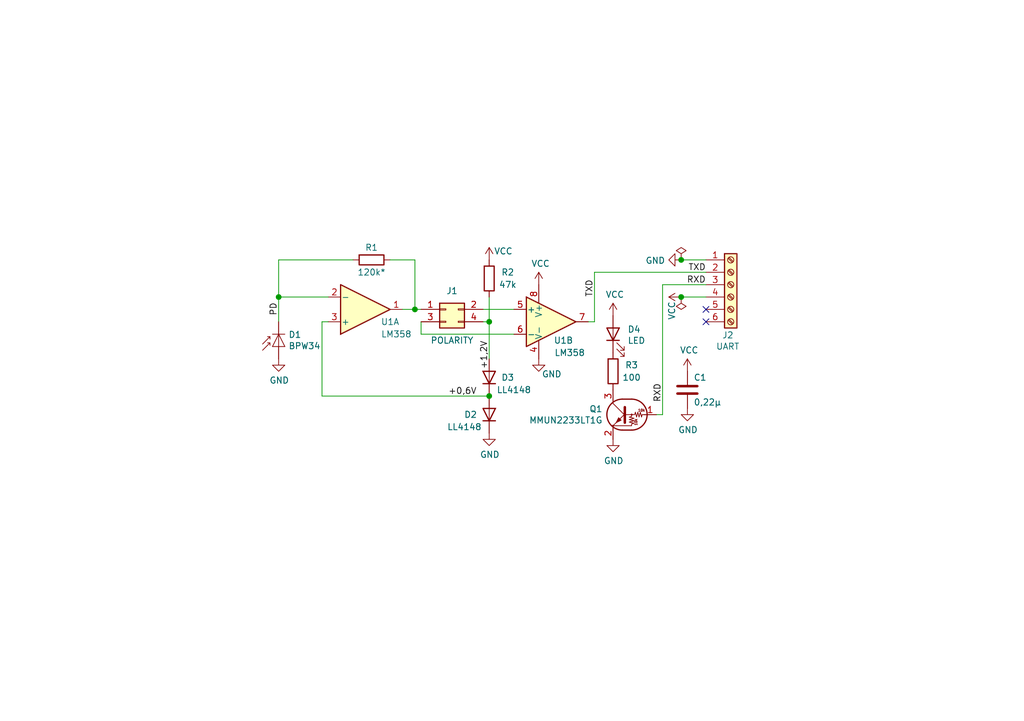
<source format=kicad_sch>
(kicad_sch (version 20211123) (generator eeschema)
  (paper "A5")
  (lib_symbols
    (symbol "Amplifier_Operational:LM358" (pin_names (offset 0.127))
      (property "Reference" "U" (at 0 5.08 0))
      (property "Value" "LM358" (at 0 -5.08 0))
      (symbol "LM358_1_1"
        (polyline (pts (xy -5.08 5.08) (xy 5.08 0) (xy -5.08 -5.08) (xy -5.08 5.08)) (stroke (width 0.254)) (fill (type background)))
        (pin output line (at 7.62 0 180) (length 2.54) (name "~") (number "1"))
        (pin input line (at -7.62 -2.54 0) (length 2.54) (name "-") (number "2"))
        (pin input line (at -7.62 2.54 0) (length 2.54) (name "+") (number "3"))
      )
      (symbol "LM358_2_1"
        (polyline (pts (xy -5.08 5.08) (xy 5.08 0) (xy -5.08 -5.08) (xy -5.08 5.08)) (stroke (width 0.254)) (fill (type background)))
        (pin input line (at -7.62 2.54 0) (length 2.54) (name "+") (number "5"))
        (pin input line (at -7.62 -2.54 0) (length 2.54) (name "-") (number "6"))
        (pin output line (at 7.62 0 180) (length 2.54) (name "~") (number "7"))
      )
      (symbol "LM358_3_1"
        (pin power_in line (at -2.54 -7.62 90) (length 3.81) (name "V-") (number "4"))
        (pin power_in line (at -2.54 7.62 270) (length 3.81) (name "V+") (number "8"))
      )
    )
    (symbol "Connector:Screw_Terminal_01x06" (pin_names (offset 1.016) hide)
      (property "Reference" "J" (at 0 7.62 0))
      (property "Value" "Screw_Terminal_01x06" (at 0 -10.16 0))
      (symbol "Screw_Terminal_01x06_1_1"
        (rectangle (start -1.27 6.35) (end 1.27 -8.89) (stroke (width 0.254)) (fill (type background)))
        (circle (center 0 -7.62) (radius 0.635) (stroke (width 0.1524)))
        (circle (center 0 -5.08) (radius 0.635) (stroke (width 0.1524)))
        (circle (center 0 -2.54) (radius 0.635) (stroke (width 0.1524)))
        (polyline (pts (xy -0.5334 -7.2898) (xy 0.3302 -8.128)) (stroke (width 0.1524)))
        (polyline (pts (xy -0.5334 -4.7498) (xy 0.3302 -5.588)) (stroke (width 0.1524)))
        (polyline (pts (xy -0.5334 -2.2098) (xy 0.3302 -3.048)) (stroke (width 0.1524)))
        (polyline (pts (xy -0.5334 0.3302) (xy 0.3302 -0.508)) (stroke (width 0.1524)))
        (polyline (pts (xy -0.5334 2.8702) (xy 0.3302 2.032)) (stroke (width 0.1524)))
        (polyline (pts (xy -0.5334 5.4102) (xy 0.3302 4.572)) (stroke (width 0.1524)))
        (polyline (pts (xy -0.3556 -7.112) (xy 0.508 -7.9502)) (stroke (width 0.1524)))
        (polyline (pts (xy -0.3556 -4.572) (xy 0.508 -5.4102)) (stroke (width 0.1524)))
        (polyline (pts (xy -0.3556 -2.032) (xy 0.508 -2.8702)) (stroke (width 0.1524)))
        (polyline (pts (xy -0.3556 0.508) (xy 0.508 -0.3302)) (stroke (width 0.1524)))
        (polyline (pts (xy -0.3556 3.048) (xy 0.508 2.2098)) (stroke (width 0.1524)))
        (polyline (pts (xy -0.3556 5.588) (xy 0.508 4.7498)) (stroke (width 0.1524)))
        (circle (center 0 0) (radius 0.635) (stroke (width 0.1524)))
        (circle (center 0 2.54) (radius 0.635) (stroke (width 0.1524)))
        (circle (center 0 5.08) (radius 0.635) (stroke (width 0.1524)))
        (pin passive line (at -5.08 5.08 0) (length 3.81) (name "Pin_1") (number "1"))
        (pin passive line (at -5.08 2.54 0) (length 3.81) (name "Pin_2") (number "2"))
        (pin passive line (at -5.08 0 0) (length 3.81) (name "Pin_3") (number "3"))
        (pin passive line (at -5.08 -2.54 0) (length 3.81) (name "Pin_4") (number "4"))
        (pin passive line (at -5.08 -5.08 0) (length 3.81) (name "Pin_5") (number "5"))
        (pin passive line (at -5.08 -7.62 0) (length 3.81) (name "Pin_6") (number "6"))
      )
    )
    (symbol "Connector_Generic:Conn_02x02_Odd_Even" (pin_names (offset 1.016) hide)
      (property "Reference" "J" (at 1.27 2.54 0))
      (property "Value" "Conn_02x02_Odd_Even" (at 1.27 -5.08 0))
      (symbol "Conn_02x02_Odd_Even_1_1"
        (rectangle (start -1.27 -2.413) (end 0 -2.667) (stroke (width 0.1524)))
        (rectangle (start -1.27 0.127) (end 0 -0.127) (stroke (width 0.1524)))
        (rectangle (start -1.27 1.27) (end 3.81 -3.81) (stroke (width 0.254)) (fill (type background)))
        (rectangle (start 3.81 -2.413) (end 2.54 -2.667) (stroke (width 0.1524)))
        (rectangle (start 3.81 0.127) (end 2.54 -0.127) (stroke (width 0.1524)))
        (pin passive line (at -5.08 0 0) (length 3.81) (name "Pin_1") (number "1"))
        (pin passive line (at 7.62 0 180) (length 3.81) (name "Pin_2") (number "2"))
        (pin passive line (at -5.08 -2.54 0) (length 3.81) (name "Pin_3") (number "3"))
        (pin passive line (at 7.62 -2.54 180) (length 3.81) (name "Pin_4") (number "4"))
      )
    )
    (symbol "Device:C" (pin_numbers hide) (pin_names (offset 0.254))
      (property "Reference" "C" (at 0.635 2.54 0))
      (property "Value" "C" (at 0.635 -2.54 0))
      (symbol "C_0_1"
        (polyline (pts (xy -2.032 -0.762) (xy 2.032 -0.762)) (stroke (width 0.508)))
        (polyline (pts (xy -2.032 0.762) (xy 2.032 0.762)) (stroke (width 0.508)))
      )
      (symbol "C_1_1"
        (pin passive line (at 0 3.81 270) (length 2.794) (name "~") (number "1"))
        (pin passive line (at 0 -3.81 90) (length 2.794) (name "~") (number "2"))
      )
    )
    (symbol "Device:LED" (pin_numbers hide) (pin_names (offset 1.016) hide)
      (property "Reference" "D" (at 0 2.54 0))
      (property "Value" "LED" (at 0 -2.54 0))
      (symbol "LED_0_1"
        (polyline (pts (xy -1.27 -1.27) (xy -1.27 1.27)) (stroke (width 0.254)))
        (polyline (pts (xy -1.27 0) (xy 1.27 0)))
        (polyline (pts (xy 1.27 -1.27) (xy 1.27 1.27) (xy -1.27 0) (xy 1.27 -1.27)) (stroke (width 0.254)))
        (polyline (pts (xy -3.048 -0.762) (xy -4.572 -2.286) (xy -3.81 -2.286) (xy -4.572 -2.286) (xy -4.572 -1.524)))
        (polyline (pts (xy -1.778 -0.762) (xy -3.302 -2.286) (xy -2.54 -2.286) (xy -3.302 -2.286) (xy -3.302 -1.524)))
      )
      (symbol "LED_1_1"
        (pin passive line (at -3.81 0 0) (length 2.54) (name "K") (number "1"))
        (pin passive line (at 3.81 0 180) (length 2.54) (name "A") (number "2"))
      )
    )
    (symbol "Device:R" (pin_numbers hide) (pin_names (offset 0))
      (property "Reference" "R" (at 2.032 0 90))
      (property "Value" "R" (at 0 0 90))
      (symbol "R_0_1"
        (rectangle (start -1.016 -2.54) (end 1.016 2.54) (stroke (width 0.254)))
      )
      (symbol "R_1_1"
        (pin passive line (at 0 3.81 270) (length 1.27) (name "~") (number "1"))
        (pin passive line (at 0 -3.81 90) (length 1.27) (name "~") (number "2"))
      )
    )
    (symbol "Diode:LL4148" (pin_numbers hide) (pin_names (offset 1.016) hide)
      (property "Reference" "D" (at 0 2.54 0))
      (property "Value" "LL4148" (at 0 -2.54 0))
      (symbol "LL4148_0_1"
        (polyline (pts (xy -1.27 1.27) (xy -1.27 -1.27)) (stroke (width 0.254)))
        (polyline (pts (xy 1.27 0) (xy -1.27 0)))
        (polyline (pts (xy 1.27 1.27) (xy 1.27 -1.27) (xy -1.27 0) (xy 1.27 1.27)) (stroke (width 0.254)))
      )
      (symbol "LL4148_1_1"
        (pin passive line (at -3.81 0 0) (length 2.54) (name "K") (number "1"))
        (pin passive line (at 3.81 0 180) (length 2.54) (name "A") (number "2"))
      )
    )
    (symbol "Sensor_Optical:BPW34" (pin_numbers hide) (pin_names (offset 1.016) hide)
      (property "Reference" "D" (at 0.508 1.778 0))
      (property "Value" "BPW34" (at -1.016 -2.794 0))
      (symbol "BPW34_0_1"
        (polyline (pts (xy -2.54 1.27) (xy -2.54 -1.27)) (stroke (width 0.1524)))
        (polyline (pts (xy -2.032 1.778) (xy -1.524 1.778)))
        (polyline (pts (xy 0 -1.27) (xy 0 1.27)))
        (polyline (pts (xy 0 0) (xy -2.54 0)))
        (polyline (pts (xy -0.508 3.302) (xy -2.032 1.778) (xy -2.032 2.286)))
        (polyline (pts (xy 0 1.27) (xy -2.54 0) (xy 0 -1.27)))
        (polyline (pts (xy 0.762 3.302) (xy -0.762 1.778) (xy -0.762 2.286) (xy -0.762 1.778) (xy -0.254 1.778)))
      )
      (symbol "BPW34_1_1"
        (pin passive line (at -5.08 0 0) (length 2.54) (name "K") (number "1"))
        (pin passive line (at 2.54 0 180) (length 2.54) (name "A") (number "2"))
      )
    )
    (symbol "Transistor_BJT:DTD114E" (pin_names (offset 0) hide)
      (property "Reference" "Q" (at 5.08 1.905 0))
      (property "Value" "DTD114E" (at 5.08 0 0))
      (symbol "DTD114E_0_0"
        (text "10k" (at -3.302 0.889 0) (effects (font (size 0.508 0.508))))
        (text "10k" (at -2.159 -1.524 900) (effects (font (size 0.508 0.508))))
      )
      (symbol "DTD114E_0_1"
        (circle (center -1.27 0) (radius 0.127))
        (arc (start -1.27 3.175) (mid -4.445 0) (end -1.27 -3.175) (stroke (width 0.254)))
        (polyline (pts (xy -3.429 0) (xy -3.81 0)))
        (polyline (pts (xy -1.27 -3.175) (xy 0.635 -3.175)) (stroke (width 0.254)))
        (polyline (pts (xy -1.27 3.175) (xy 0.635 3.175)) (stroke (width 0.254)))
        (polyline (pts (xy 0 -0.254) (xy 2.54 2.286)))
        (polyline (pts (xy 0.127 1.524) (xy 0.127 -1.651)) (stroke (width 0.508)) (fill (type outline)))
        (polyline (pts (xy 2.54 2.286) (xy 2.54 2.54)))
        (polyline (pts (xy 2.54 -2.286) (xy 0 0.254) (xy 0 0.254)))
        (polyline (pts (xy 0.889 -1.143) (xy 1.397 -0.635) (xy 1.905 -1.651) (xy 0.889 -1.143)) (fill (type outline)))
        (polyline (pts (xy 0 0) (xy -1.905 0) (xy -2.032 0.508) (xy -2.286 -0.508) (xy -2.54 0.508) (xy -2.794 -0.508) (xy -3.048 0.508) (xy -3.302 -0.508) (xy -3.429 0)))
        (polyline (pts (xy -1.27 0) (xy -1.27 -0.381) (xy -0.762 -0.508) (xy -1.778 -0.762) (xy -0.762 -1.016) (xy -1.778 -1.27) (xy -0.762 -1.524) (xy -1.778 -1.778) (xy -1.27 -1.905) (xy -1.27 -2.286) (xy 2.54 -2.286)))
        (arc (start 0.635 -3.175) (mid 3.81 0) (end 0.635 3.175) (stroke (width 0.254)))
        (circle (center 2.54 -2.286) (radius 0.127))
      )
      (symbol "DTD114E_1_1"
        (pin input line (at -6.35 0 0) (length 2.54) (name "B") (number "1"))
        (pin passive line (at 2.54 -5.08 90) (length 2.54) (name "E") (number "2"))
        (pin passive line (at 2.54 5.08 270) (length 2.54) (name "C") (number "3"))
      )
    )
    (symbol "power:GND" (power) (pin_names (offset 0))
      (property "Value" "GND" (at 0 -3.81 0))
      (symbol "GND_0_1"
        (polyline (pts (xy 0 0) (xy 0 -1.27) (xy 1.27 -1.27) (xy 0 -2.54) (xy -1.27 -1.27) (xy 0 -1.27)))
      )
      (symbol "GND_1_1"
        (pin power_in line (at 0 0 270) (length 0) hide (name "GND") (number "1"))
      )
    )
    (symbol "power:PWR_FLAG" (power) (pin_numbers hide) (pin_names (offset 0) hide)
      (property "Value" "PWR_FLAG" (at 0 3.81 0))
      (symbol "PWR_FLAG_0_0"
        (pin power_out line (at 0 0 90) (length 0) (name "pwr") (number "1"))
      )
      (symbol "PWR_FLAG_0_1"
        (polyline (pts (xy 0 0) (xy 0 1.27) (xy -1.016 1.905) (xy 0 2.54) (xy 1.016 1.905) (xy 0 1.27)))
      )
    )
    (symbol "power:VCC" (power) (pin_names (offset 0))
      (property "Value" "VCC" (at 0 3.81 0))
      (symbol "VCC_0_1"
        (polyline (pts (xy -0.762 1.27) (xy 0 2.54)))
        (polyline (pts (xy 0 0) (xy 0 2.54)))
        (polyline (pts (xy 0 2.54) (xy 0.762 1.27)))
      )
      (symbol "VCC_1_1"
        (pin power_in line (at 0 0 90) (length 0) hide (name "VCC") (number "1"))
      )
    )
  )
  (junction (at 100.33 81.28) (diameter 1.016))
  (junction (at 85.09 63.5) (diameter 1.016))
  (junction (at 100.33 66.04) (diameter 1.016))
  (junction (at 139.7 53.34) (diameter 1.016))
  (junction (at 57.15 60.96) (diameter 1.016))
  (junction (at 139.7 60.96) (diameter 1.016))
  (no_connect (at 144.78 66.04))
  (no_connect (at 144.78 63.5))
  (wire (pts (xy 135.89 58.42) (xy 135.89 85.09)))
  (wire (pts (xy 85.09 53.34) (xy 85.09 63.5)))
  (wire (pts (xy 134.62 85.09) (xy 135.89 85.09)))
  (wire (pts (xy 85.09 63.5) (xy 86.36 63.5)))
  (wire (pts (xy 57.15 53.34) (xy 57.15 60.96)))
  (wire (pts (xy 86.36 68.58) (xy 86.36 66.04)))
  (wire (pts (xy 72.39 53.34) (xy 57.15 53.34)))
  (wire (pts (xy 99.06 63.5) (xy 105.41 63.5)))
  (wire (pts (xy 57.15 60.96) (xy 57.15 66.04)))
  (wire (pts (xy 86.36 68.58) (xy 105.41 68.58)))
  (wire (pts (xy 100.33 66.04) (xy 100.33 73.66)))
  (wire (pts (xy 121.92 55.88) (xy 144.78 55.88)))
  (wire (pts (xy 120.65 66.04) (xy 121.92 66.04)))
  (wire (pts (xy 121.92 66.04) (xy 121.92 55.88)))
  (wire (pts (xy 82.55 63.5) (xy 85.09 63.5)))
  (wire (pts (xy 139.7 60.96) (xy 144.78 60.96)))
  (wire (pts (xy 100.33 66.04) (xy 100.33 60.96)))
  (wire (pts (xy 144.78 58.42) (xy 135.89 58.42)))
  (wire (pts (xy 57.15 60.96) (xy 67.31 60.96)))
  (wire (pts (xy 66.04 66.04) (xy 66.04 81.28)))
  (wire (pts (xy 66.04 81.28) (xy 100.33 81.28)))
  (wire (pts (xy 99.06 66.04) (xy 100.33 66.04)))
  (wire (pts (xy 67.31 66.04) (xy 66.04 66.04)))
  (wire (pts (xy 139.7 53.34) (xy 144.78 53.34)))
  (wire (pts (xy 85.09 53.34) (xy 80.01 53.34)))
  (label "RXD" (at 144.78 58.42 180))
  (label "+0,6V" (at 97.79 81.28 180))
  (label "PD" (at 57.15 64.77 90))
  (label "RXD" (at 135.89 82.55 90))
  (label "TXD" (at 144.78 55.88 180))
  (label "+1,2V" (at 100.33 69.85 270))
  (label "TXD" (at 121.92 60.96 90))
  (symbol (lib_id "Amplifier_Operational:LM358") (at 74.93 63.5 0) (mirror x) (unit 1)
    (property "Reference" "U1" (at 80.01 66.04 0))
    (property "Value" "LM358" (at 81.28 68.58 0))
    (property "Footprint" "Package_SO:SOIC-8_3.9x4.9mm_P1.27mm" (effects hide))
    (property "Datasheet" "http://www.ti.com/lit/ds/symlink/lm2904-n.pdf" (effects hide))
  )
  (symbol (lib_id "Amplifier_Operational:LM358") (at 113.03 66.04 0) (unit 2)
    (property "Reference" "U1" (at 115.57 69.85 0))
    (property "Value" "LM358" (at 116.84 72.39 0))
    (property "Footprint" "Package_SO:SOIC-8_3.9x4.9mm_P1.27mm" (effects hide))
    (property "Datasheet" "http://www.ti.com/lit/ds/symlink/lm2904-n.pdf" (effects hide))
  )
  (symbol (lib_id "power:PWR_FLAG") (at 139.7 53.34 0) (unit 1)
    (property "Reference" "#FLG0101" (effects hide))
    (property "Value" "PWR_FLAG" (effects hide))
  )
  (symbol (lib_id "power:PWR_FLAG") (at 139.7 60.96 0) (mirror x) (unit 1)
    (property "Reference" "#FLG0102" (effects hide))
    (property "Value" "PWR_FLAG" (effects hide))
  )
  (symbol (lib_id "Amplifier_Operational:LM358") (at 113.03 66.04 0) (unit 3)
    (property "Reference" "U1" (effects hide))
    (property "Value" "LM358" (effects hide))
    (property "Footprint" "Package_SO:SOIC-8_3.9x4.9mm_P1.27mm" (effects hide))
    (property "Datasheet" "http://www.ti.com/lit/ds/symlink/lm2904-n.pdf" (effects hide))
  )
  (symbol (lib_id "Device:R") (at 76.2 53.34 270) (unit 1)
    (property "Reference" "R1" (at 76.2 50.8 90))
    (property "Value" "120k*" (at 76.2 55.88 90))
    (property "Footprint" "Resistor_SMD:R_0805_2012Metric_Pad1.15x1.40mm_HandSolder" (effects hide))
  )
  (symbol (lib_id "Device:R") (at 125.73 76.2 180) (unit 1)
    (property "Reference" "R3" (at 129.54 74.93 0))
    (property "Value" "100" (at 129.54 77.47 0))
    (property "Footprint" "Resistor_SMD:R_0805_2012Metric_Pad1.15x1.40mm_HandSolder" (effects hide))
  )
  (symbol (lib_id "power:GND") (at 57.15 73.66 0) (unit 1)
    (property "Reference" "#PWR02" (effects hide))
    (property "Value" "GND" (at 57.277 78.0542 0))
  )
  (symbol (lib_id "Sensor_Optical:BPW34") (at 57.15 71.12 90) (mirror x) (unit 1)
    (property "Reference" "D1" (at 59.1312 68.6816 90) (effects (justify right)))
    (property "Value" "BPW34" (at 59.1312 70.993 90) (effects (justify right)))
    (property "Footprint" "OptoDevice:Osram_DIL2_4.3x4.65mm_P5.08mm" (effects hide))
    (property "Datasheet" "http://www.vishay.com/docs/81521/bpw34.pdf" (effects hide))
  )
  (symbol (lib_id "Connector_Generic:Conn_02x02_Odd_Even") (at 91.44 63.5 0) (unit 1)
    (property "Reference" "J1" (at 92.71 59.69 0))
    (property "Value" "POLARITY" (at 92.71 69.85 0))
    (property "Footprint" "Connector_PinHeader_2.54mm:PinHeader_2x02_P2.54mm_Vertical" (effects hide))
  )
  (symbol (lib_id "power:GND") (at 110.49 73.66 0) (unit 1)
    (property "Reference" "#PWR03" (effects hide))
    (property "Value" "GND" (at 113.157 76.7842 0))
  )
  (symbol (lib_id "Device:C") (at 140.97 80.01 0) (unit 1)
    (property "Reference" "C1" (at 142.24 77.47 0) (effects (justify left)))
    (property "Value" "0,22µ" (at 142.24 82.55 0) (effects (justify left)))
    (property "Footprint" "Capacitor_SMD:C_0805_2012Metric_Pad1.15x1.40mm_HandSolder" (effects hide))
  )
  (symbol (lib_id "Connector:Screw_Terminal_01x06") (at 149.86 58.42 0) (unit 1)
    (property "Reference" "J2" (at 148.082 68.7832 0) (effects (justify left)))
    (property "Value" "UART" (at 146.812 71.0946 0) (effects (justify left)))
    (property "Footprint" "TerminalBlock_Phoenix:TerminalBlock_Phoenix_MPT-0,5-6-2.54_1x06_P2.54mm_Horizontal" (effects hide))
  )
  (symbol (lib_id "power:GND") (at 139.7 53.34 270) (unit 1)
    (property "Reference" "#PWR06" (effects hide))
    (property "Value" "GND" (at 136.4488 53.467 90) (effects (justify right)))
  )
  (symbol (lib_id "power:GND") (at 140.97 83.82 0) (unit 1)
    (property "Reference" "#PWR09" (effects hide))
    (property "Value" "GND" (at 141.097 88.2142 0))
  )
  (symbol (lib_id "Device:LED") (at 125.73 68.58 90) (unit 1)
    (property "Reference" "D4" (at 128.7018 67.5894 90) (effects (justify right)))
    (property "Value" "LED" (at 128.7018 69.9008 90) (effects (justify right)))
    (property "Footprint" "LED_THT:LED_D5.0mm" (effects hide))
  )
  (symbol (lib_id "Device:R") (at 100.33 57.15 0) (unit 1)
    (property "Reference" "R2" (at 104.14 55.88 0))
    (property "Value" "47k" (at 104.14 58.42 0))
    (property "Footprint" "Resistor_SMD:R_0805_2012Metric_Pad1.15x1.40mm_HandSolder" (effects hide))
  )
  (symbol (lib_id "power:GND") (at 125.73 90.17 0) (unit 1)
    (property "Reference" "#PWR011" (effects hide))
    (property "Value" "GND" (at 125.857 94.5642 0))
  )
  (symbol (lib_id "Diode:LL4148") (at 100.33 85.09 270) (mirror x) (unit 1)
    (property "Reference" "D2" (at 96.52 85.09 90))
    (property "Value" "LL4148" (at 95.25 87.63 90))
    (property "Footprint" "Diode_SMD:D_MiniMELF" (effects hide))
    (property "Datasheet" "http://www.vishay.com/docs/85557/ll4148.pdf" (effects hide))
  )
  (symbol (lib_id "Diode:LL4148") (at 100.33 77.47 90) (unit 1)
    (property "Reference" "D3" (at 104.14 77.47 90))
    (property "Value" "LL4148" (at 105.41 80.01 90))
    (property "Footprint" "Diode_SMD:D_MiniMELF" (effects hide))
    (property "Datasheet" "http://www.vishay.com/docs/85557/ll4148.pdf" (effects hide))
  )
  (symbol (lib_id "power:GND") (at 100.33 88.9 0) (unit 1)
    (property "Reference" "#PWR?" (effects hide))
    (property "Value" "GND" (at 100.457 93.2942 0))
  )
  (symbol (lib_id "power:VCC") (at 125.73 64.77 0) (unit 1)
    (property "Reference" "#PWR0101" (effects hide))
    (property "Value" "VCC" (at 126.0983 60.4456 0))
  )
  (symbol (lib_id "power:VCC") (at 139.7 60.96 90) (unit 1)
    (property "Reference" "#PWR0103" (effects hide))
    (property "Value" "VCC" (at 137.7949 65.6717 0) (effects (justify left)))
  )
  (symbol (lib_id "power:VCC") (at 100.33 53.34 0) (unit 1)
    (property "Reference" "#PWR0104" (effects hide))
    (property "Value" "VCC" (at 103.2383 51.5556 0))
  )
  (symbol (lib_id "power:VCC") (at 140.97 76.2 0) (unit 1)
    (property "Reference" "#PWR0102" (effects hide))
    (property "Value" "VCC" (at 141.3383 71.8756 0))
  )
  (symbol (lib_id "power:VCC") (at 110.49 58.42 0) (unit 1)
    (property "Reference" "#PWR0105" (effects hide))
    (property "Value" "VCC" (at 110.8583 54.0956 0))
  )
  (symbol (lib_id "Transistor_BJT:DTD114E") (at 128.27 85.09 0) (mirror y) (unit 1)
    (property "Reference" "Q1" (at 123.5964 83.9406 0) (effects (justify left)))
    (property "Value" "MMUN2233LT1G" (at 123.5964 86.2393 0) (effects (justify left)))
    (property "Footprint" "Package_TO_SOT_SMD:SOT-23_Handsoldering" (effects hide))
  )
)
</source>
